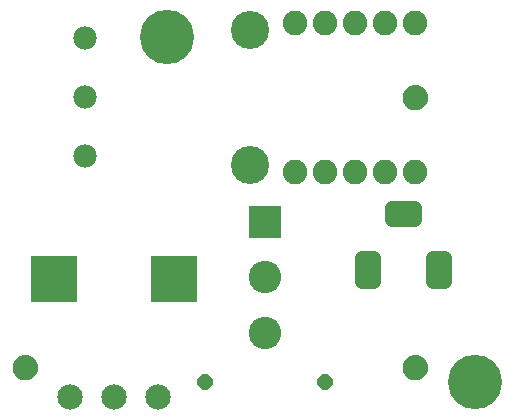
<source format=gbr>
G04 EAGLE Gerber RS-274X export*
G75*
%MOMM*%
%FSLAX34Y34*%
%LPD*%
%INSoldermask Top*%
%IPPOS*%
%AMOC8*
5,1,8,0,0,1.08239X$1,22.5*%
G01*
%ADD10C,2.082800*%
%ADD11C,3.232400*%
%ADD12C,2.152400*%
%ADD13R,3.968400X3.968400*%
%ADD14R,2.742400X2.742400*%
%ADD15C,2.742400*%
%ADD16C,1.972400*%
%ADD17C,1.162294*%
%ADD18C,4.597400*%
%ADD19C,0.609600*%
%ADD20C,1.168400*%
%ADD21P,1.396628X8X22.500000*%


D10*
X342900Y342646D03*
X317500Y342646D03*
X292100Y342646D03*
X266700Y342646D03*
X241300Y342646D03*
X241300Y215900D03*
X266700Y215900D03*
X292100Y215900D03*
X317500Y215900D03*
X342900Y215900D03*
D11*
X203200Y336550D03*
X203200Y222250D03*
D12*
X50800Y25400D03*
X125730Y25400D03*
X88265Y25400D03*
D13*
X138811Y125222D03*
X37719Y125222D03*
D14*
X215900Y174000D03*
D15*
X215900Y127000D03*
X215900Y80000D03*
D16*
X63500Y229400D03*
X63500Y279400D03*
X63500Y329400D03*
D17*
X308251Y143301D02*
X308251Y123399D01*
X298349Y123399D01*
X298349Y143301D01*
X308251Y143301D01*
X308251Y134441D02*
X298349Y134441D01*
X368251Y143301D02*
X368251Y123399D01*
X358349Y123399D01*
X358349Y143301D01*
X368251Y143301D01*
X368251Y134441D02*
X358349Y134441D01*
X343251Y185301D02*
X323349Y185301D01*
X343251Y185301D02*
X343251Y175399D01*
X323349Y175399D01*
X323349Y185301D01*
D18*
X133350Y330200D03*
X393700Y38100D03*
D19*
X5080Y50800D02*
X5082Y50987D01*
X5089Y51174D01*
X5101Y51361D01*
X5117Y51547D01*
X5137Y51733D01*
X5162Y51918D01*
X5192Y52103D01*
X5226Y52287D01*
X5265Y52470D01*
X5308Y52652D01*
X5356Y52832D01*
X5408Y53012D01*
X5465Y53190D01*
X5525Y53367D01*
X5591Y53542D01*
X5660Y53716D01*
X5734Y53888D01*
X5812Y54058D01*
X5894Y54226D01*
X5980Y54392D01*
X6070Y54556D01*
X6164Y54717D01*
X6262Y54877D01*
X6364Y55033D01*
X6470Y55188D01*
X6580Y55339D01*
X6693Y55488D01*
X6810Y55634D01*
X6930Y55777D01*
X7054Y55917D01*
X7181Y56054D01*
X7312Y56188D01*
X7446Y56319D01*
X7583Y56446D01*
X7723Y56570D01*
X7866Y56690D01*
X8012Y56807D01*
X8161Y56920D01*
X8312Y57030D01*
X8467Y57136D01*
X8623Y57238D01*
X8783Y57336D01*
X8944Y57430D01*
X9108Y57520D01*
X9274Y57606D01*
X9442Y57688D01*
X9612Y57766D01*
X9784Y57840D01*
X9958Y57909D01*
X10133Y57975D01*
X10310Y58035D01*
X10488Y58092D01*
X10668Y58144D01*
X10848Y58192D01*
X11030Y58235D01*
X11213Y58274D01*
X11397Y58308D01*
X11582Y58338D01*
X11767Y58363D01*
X11953Y58383D01*
X12139Y58399D01*
X12326Y58411D01*
X12513Y58418D01*
X12700Y58420D01*
X12887Y58418D01*
X13074Y58411D01*
X13261Y58399D01*
X13447Y58383D01*
X13633Y58363D01*
X13818Y58338D01*
X14003Y58308D01*
X14187Y58274D01*
X14370Y58235D01*
X14552Y58192D01*
X14732Y58144D01*
X14912Y58092D01*
X15090Y58035D01*
X15267Y57975D01*
X15442Y57909D01*
X15616Y57840D01*
X15788Y57766D01*
X15958Y57688D01*
X16126Y57606D01*
X16292Y57520D01*
X16456Y57430D01*
X16617Y57336D01*
X16777Y57238D01*
X16933Y57136D01*
X17088Y57030D01*
X17239Y56920D01*
X17388Y56807D01*
X17534Y56690D01*
X17677Y56570D01*
X17817Y56446D01*
X17954Y56319D01*
X18088Y56188D01*
X18219Y56054D01*
X18346Y55917D01*
X18470Y55777D01*
X18590Y55634D01*
X18707Y55488D01*
X18820Y55339D01*
X18930Y55188D01*
X19036Y55033D01*
X19138Y54877D01*
X19236Y54717D01*
X19330Y54556D01*
X19420Y54392D01*
X19506Y54226D01*
X19588Y54058D01*
X19666Y53888D01*
X19740Y53716D01*
X19809Y53542D01*
X19875Y53367D01*
X19935Y53190D01*
X19992Y53012D01*
X20044Y52832D01*
X20092Y52652D01*
X20135Y52470D01*
X20174Y52287D01*
X20208Y52103D01*
X20238Y51918D01*
X20263Y51733D01*
X20283Y51547D01*
X20299Y51361D01*
X20311Y51174D01*
X20318Y50987D01*
X20320Y50800D01*
X20318Y50613D01*
X20311Y50426D01*
X20299Y50239D01*
X20283Y50053D01*
X20263Y49867D01*
X20238Y49682D01*
X20208Y49497D01*
X20174Y49313D01*
X20135Y49130D01*
X20092Y48948D01*
X20044Y48768D01*
X19992Y48588D01*
X19935Y48410D01*
X19875Y48233D01*
X19809Y48058D01*
X19740Y47884D01*
X19666Y47712D01*
X19588Y47542D01*
X19506Y47374D01*
X19420Y47208D01*
X19330Y47044D01*
X19236Y46883D01*
X19138Y46723D01*
X19036Y46567D01*
X18930Y46412D01*
X18820Y46261D01*
X18707Y46112D01*
X18590Y45966D01*
X18470Y45823D01*
X18346Y45683D01*
X18219Y45546D01*
X18088Y45412D01*
X17954Y45281D01*
X17817Y45154D01*
X17677Y45030D01*
X17534Y44910D01*
X17388Y44793D01*
X17239Y44680D01*
X17088Y44570D01*
X16933Y44464D01*
X16777Y44362D01*
X16617Y44264D01*
X16456Y44170D01*
X16292Y44080D01*
X16126Y43994D01*
X15958Y43912D01*
X15788Y43834D01*
X15616Y43760D01*
X15442Y43691D01*
X15267Y43625D01*
X15090Y43565D01*
X14912Y43508D01*
X14732Y43456D01*
X14552Y43408D01*
X14370Y43365D01*
X14187Y43326D01*
X14003Y43292D01*
X13818Y43262D01*
X13633Y43237D01*
X13447Y43217D01*
X13261Y43201D01*
X13074Y43189D01*
X12887Y43182D01*
X12700Y43180D01*
X12513Y43182D01*
X12326Y43189D01*
X12139Y43201D01*
X11953Y43217D01*
X11767Y43237D01*
X11582Y43262D01*
X11397Y43292D01*
X11213Y43326D01*
X11030Y43365D01*
X10848Y43408D01*
X10668Y43456D01*
X10488Y43508D01*
X10310Y43565D01*
X10133Y43625D01*
X9958Y43691D01*
X9784Y43760D01*
X9612Y43834D01*
X9442Y43912D01*
X9274Y43994D01*
X9108Y44080D01*
X8944Y44170D01*
X8783Y44264D01*
X8623Y44362D01*
X8467Y44464D01*
X8312Y44570D01*
X8161Y44680D01*
X8012Y44793D01*
X7866Y44910D01*
X7723Y45030D01*
X7583Y45154D01*
X7446Y45281D01*
X7312Y45412D01*
X7181Y45546D01*
X7054Y45683D01*
X6930Y45823D01*
X6810Y45966D01*
X6693Y46112D01*
X6580Y46261D01*
X6470Y46412D01*
X6364Y46567D01*
X6262Y46723D01*
X6164Y46883D01*
X6070Y47044D01*
X5980Y47208D01*
X5894Y47374D01*
X5812Y47542D01*
X5734Y47712D01*
X5660Y47884D01*
X5591Y48058D01*
X5525Y48233D01*
X5465Y48410D01*
X5408Y48588D01*
X5356Y48768D01*
X5308Y48948D01*
X5265Y49130D01*
X5226Y49313D01*
X5192Y49497D01*
X5162Y49682D01*
X5137Y49867D01*
X5117Y50053D01*
X5101Y50239D01*
X5089Y50426D01*
X5082Y50613D01*
X5080Y50800D01*
D20*
X12700Y50800D03*
D19*
X335280Y50800D02*
X335282Y50987D01*
X335289Y51174D01*
X335301Y51361D01*
X335317Y51547D01*
X335337Y51733D01*
X335362Y51918D01*
X335392Y52103D01*
X335426Y52287D01*
X335465Y52470D01*
X335508Y52652D01*
X335556Y52832D01*
X335608Y53012D01*
X335665Y53190D01*
X335725Y53367D01*
X335791Y53542D01*
X335860Y53716D01*
X335934Y53888D01*
X336012Y54058D01*
X336094Y54226D01*
X336180Y54392D01*
X336270Y54556D01*
X336364Y54717D01*
X336462Y54877D01*
X336564Y55033D01*
X336670Y55188D01*
X336780Y55339D01*
X336893Y55488D01*
X337010Y55634D01*
X337130Y55777D01*
X337254Y55917D01*
X337381Y56054D01*
X337512Y56188D01*
X337646Y56319D01*
X337783Y56446D01*
X337923Y56570D01*
X338066Y56690D01*
X338212Y56807D01*
X338361Y56920D01*
X338512Y57030D01*
X338667Y57136D01*
X338823Y57238D01*
X338983Y57336D01*
X339144Y57430D01*
X339308Y57520D01*
X339474Y57606D01*
X339642Y57688D01*
X339812Y57766D01*
X339984Y57840D01*
X340158Y57909D01*
X340333Y57975D01*
X340510Y58035D01*
X340688Y58092D01*
X340868Y58144D01*
X341048Y58192D01*
X341230Y58235D01*
X341413Y58274D01*
X341597Y58308D01*
X341782Y58338D01*
X341967Y58363D01*
X342153Y58383D01*
X342339Y58399D01*
X342526Y58411D01*
X342713Y58418D01*
X342900Y58420D01*
X343087Y58418D01*
X343274Y58411D01*
X343461Y58399D01*
X343647Y58383D01*
X343833Y58363D01*
X344018Y58338D01*
X344203Y58308D01*
X344387Y58274D01*
X344570Y58235D01*
X344752Y58192D01*
X344932Y58144D01*
X345112Y58092D01*
X345290Y58035D01*
X345467Y57975D01*
X345642Y57909D01*
X345816Y57840D01*
X345988Y57766D01*
X346158Y57688D01*
X346326Y57606D01*
X346492Y57520D01*
X346656Y57430D01*
X346817Y57336D01*
X346977Y57238D01*
X347133Y57136D01*
X347288Y57030D01*
X347439Y56920D01*
X347588Y56807D01*
X347734Y56690D01*
X347877Y56570D01*
X348017Y56446D01*
X348154Y56319D01*
X348288Y56188D01*
X348419Y56054D01*
X348546Y55917D01*
X348670Y55777D01*
X348790Y55634D01*
X348907Y55488D01*
X349020Y55339D01*
X349130Y55188D01*
X349236Y55033D01*
X349338Y54877D01*
X349436Y54717D01*
X349530Y54556D01*
X349620Y54392D01*
X349706Y54226D01*
X349788Y54058D01*
X349866Y53888D01*
X349940Y53716D01*
X350009Y53542D01*
X350075Y53367D01*
X350135Y53190D01*
X350192Y53012D01*
X350244Y52832D01*
X350292Y52652D01*
X350335Y52470D01*
X350374Y52287D01*
X350408Y52103D01*
X350438Y51918D01*
X350463Y51733D01*
X350483Y51547D01*
X350499Y51361D01*
X350511Y51174D01*
X350518Y50987D01*
X350520Y50800D01*
X350518Y50613D01*
X350511Y50426D01*
X350499Y50239D01*
X350483Y50053D01*
X350463Y49867D01*
X350438Y49682D01*
X350408Y49497D01*
X350374Y49313D01*
X350335Y49130D01*
X350292Y48948D01*
X350244Y48768D01*
X350192Y48588D01*
X350135Y48410D01*
X350075Y48233D01*
X350009Y48058D01*
X349940Y47884D01*
X349866Y47712D01*
X349788Y47542D01*
X349706Y47374D01*
X349620Y47208D01*
X349530Y47044D01*
X349436Y46883D01*
X349338Y46723D01*
X349236Y46567D01*
X349130Y46412D01*
X349020Y46261D01*
X348907Y46112D01*
X348790Y45966D01*
X348670Y45823D01*
X348546Y45683D01*
X348419Y45546D01*
X348288Y45412D01*
X348154Y45281D01*
X348017Y45154D01*
X347877Y45030D01*
X347734Y44910D01*
X347588Y44793D01*
X347439Y44680D01*
X347288Y44570D01*
X347133Y44464D01*
X346977Y44362D01*
X346817Y44264D01*
X346656Y44170D01*
X346492Y44080D01*
X346326Y43994D01*
X346158Y43912D01*
X345988Y43834D01*
X345816Y43760D01*
X345642Y43691D01*
X345467Y43625D01*
X345290Y43565D01*
X345112Y43508D01*
X344932Y43456D01*
X344752Y43408D01*
X344570Y43365D01*
X344387Y43326D01*
X344203Y43292D01*
X344018Y43262D01*
X343833Y43237D01*
X343647Y43217D01*
X343461Y43201D01*
X343274Y43189D01*
X343087Y43182D01*
X342900Y43180D01*
X342713Y43182D01*
X342526Y43189D01*
X342339Y43201D01*
X342153Y43217D01*
X341967Y43237D01*
X341782Y43262D01*
X341597Y43292D01*
X341413Y43326D01*
X341230Y43365D01*
X341048Y43408D01*
X340868Y43456D01*
X340688Y43508D01*
X340510Y43565D01*
X340333Y43625D01*
X340158Y43691D01*
X339984Y43760D01*
X339812Y43834D01*
X339642Y43912D01*
X339474Y43994D01*
X339308Y44080D01*
X339144Y44170D01*
X338983Y44264D01*
X338823Y44362D01*
X338667Y44464D01*
X338512Y44570D01*
X338361Y44680D01*
X338212Y44793D01*
X338066Y44910D01*
X337923Y45030D01*
X337783Y45154D01*
X337646Y45281D01*
X337512Y45412D01*
X337381Y45546D01*
X337254Y45683D01*
X337130Y45823D01*
X337010Y45966D01*
X336893Y46112D01*
X336780Y46261D01*
X336670Y46412D01*
X336564Y46567D01*
X336462Y46723D01*
X336364Y46883D01*
X336270Y47044D01*
X336180Y47208D01*
X336094Y47374D01*
X336012Y47542D01*
X335934Y47712D01*
X335860Y47884D01*
X335791Y48058D01*
X335725Y48233D01*
X335665Y48410D01*
X335608Y48588D01*
X335556Y48768D01*
X335508Y48948D01*
X335465Y49130D01*
X335426Y49313D01*
X335392Y49497D01*
X335362Y49682D01*
X335337Y49867D01*
X335317Y50053D01*
X335301Y50239D01*
X335289Y50426D01*
X335282Y50613D01*
X335280Y50800D01*
D20*
X342900Y50800D03*
D19*
X335280Y279400D02*
X335282Y279587D01*
X335289Y279774D01*
X335301Y279961D01*
X335317Y280147D01*
X335337Y280333D01*
X335362Y280518D01*
X335392Y280703D01*
X335426Y280887D01*
X335465Y281070D01*
X335508Y281252D01*
X335556Y281432D01*
X335608Y281612D01*
X335665Y281790D01*
X335725Y281967D01*
X335791Y282142D01*
X335860Y282316D01*
X335934Y282488D01*
X336012Y282658D01*
X336094Y282826D01*
X336180Y282992D01*
X336270Y283156D01*
X336364Y283317D01*
X336462Y283477D01*
X336564Y283633D01*
X336670Y283788D01*
X336780Y283939D01*
X336893Y284088D01*
X337010Y284234D01*
X337130Y284377D01*
X337254Y284517D01*
X337381Y284654D01*
X337512Y284788D01*
X337646Y284919D01*
X337783Y285046D01*
X337923Y285170D01*
X338066Y285290D01*
X338212Y285407D01*
X338361Y285520D01*
X338512Y285630D01*
X338667Y285736D01*
X338823Y285838D01*
X338983Y285936D01*
X339144Y286030D01*
X339308Y286120D01*
X339474Y286206D01*
X339642Y286288D01*
X339812Y286366D01*
X339984Y286440D01*
X340158Y286509D01*
X340333Y286575D01*
X340510Y286635D01*
X340688Y286692D01*
X340868Y286744D01*
X341048Y286792D01*
X341230Y286835D01*
X341413Y286874D01*
X341597Y286908D01*
X341782Y286938D01*
X341967Y286963D01*
X342153Y286983D01*
X342339Y286999D01*
X342526Y287011D01*
X342713Y287018D01*
X342900Y287020D01*
X343087Y287018D01*
X343274Y287011D01*
X343461Y286999D01*
X343647Y286983D01*
X343833Y286963D01*
X344018Y286938D01*
X344203Y286908D01*
X344387Y286874D01*
X344570Y286835D01*
X344752Y286792D01*
X344932Y286744D01*
X345112Y286692D01*
X345290Y286635D01*
X345467Y286575D01*
X345642Y286509D01*
X345816Y286440D01*
X345988Y286366D01*
X346158Y286288D01*
X346326Y286206D01*
X346492Y286120D01*
X346656Y286030D01*
X346817Y285936D01*
X346977Y285838D01*
X347133Y285736D01*
X347288Y285630D01*
X347439Y285520D01*
X347588Y285407D01*
X347734Y285290D01*
X347877Y285170D01*
X348017Y285046D01*
X348154Y284919D01*
X348288Y284788D01*
X348419Y284654D01*
X348546Y284517D01*
X348670Y284377D01*
X348790Y284234D01*
X348907Y284088D01*
X349020Y283939D01*
X349130Y283788D01*
X349236Y283633D01*
X349338Y283477D01*
X349436Y283317D01*
X349530Y283156D01*
X349620Y282992D01*
X349706Y282826D01*
X349788Y282658D01*
X349866Y282488D01*
X349940Y282316D01*
X350009Y282142D01*
X350075Y281967D01*
X350135Y281790D01*
X350192Y281612D01*
X350244Y281432D01*
X350292Y281252D01*
X350335Y281070D01*
X350374Y280887D01*
X350408Y280703D01*
X350438Y280518D01*
X350463Y280333D01*
X350483Y280147D01*
X350499Y279961D01*
X350511Y279774D01*
X350518Y279587D01*
X350520Y279400D01*
X350518Y279213D01*
X350511Y279026D01*
X350499Y278839D01*
X350483Y278653D01*
X350463Y278467D01*
X350438Y278282D01*
X350408Y278097D01*
X350374Y277913D01*
X350335Y277730D01*
X350292Y277548D01*
X350244Y277368D01*
X350192Y277188D01*
X350135Y277010D01*
X350075Y276833D01*
X350009Y276658D01*
X349940Y276484D01*
X349866Y276312D01*
X349788Y276142D01*
X349706Y275974D01*
X349620Y275808D01*
X349530Y275644D01*
X349436Y275483D01*
X349338Y275323D01*
X349236Y275167D01*
X349130Y275012D01*
X349020Y274861D01*
X348907Y274712D01*
X348790Y274566D01*
X348670Y274423D01*
X348546Y274283D01*
X348419Y274146D01*
X348288Y274012D01*
X348154Y273881D01*
X348017Y273754D01*
X347877Y273630D01*
X347734Y273510D01*
X347588Y273393D01*
X347439Y273280D01*
X347288Y273170D01*
X347133Y273064D01*
X346977Y272962D01*
X346817Y272864D01*
X346656Y272770D01*
X346492Y272680D01*
X346326Y272594D01*
X346158Y272512D01*
X345988Y272434D01*
X345816Y272360D01*
X345642Y272291D01*
X345467Y272225D01*
X345290Y272165D01*
X345112Y272108D01*
X344932Y272056D01*
X344752Y272008D01*
X344570Y271965D01*
X344387Y271926D01*
X344203Y271892D01*
X344018Y271862D01*
X343833Y271837D01*
X343647Y271817D01*
X343461Y271801D01*
X343274Y271789D01*
X343087Y271782D01*
X342900Y271780D01*
X342713Y271782D01*
X342526Y271789D01*
X342339Y271801D01*
X342153Y271817D01*
X341967Y271837D01*
X341782Y271862D01*
X341597Y271892D01*
X341413Y271926D01*
X341230Y271965D01*
X341048Y272008D01*
X340868Y272056D01*
X340688Y272108D01*
X340510Y272165D01*
X340333Y272225D01*
X340158Y272291D01*
X339984Y272360D01*
X339812Y272434D01*
X339642Y272512D01*
X339474Y272594D01*
X339308Y272680D01*
X339144Y272770D01*
X338983Y272864D01*
X338823Y272962D01*
X338667Y273064D01*
X338512Y273170D01*
X338361Y273280D01*
X338212Y273393D01*
X338066Y273510D01*
X337923Y273630D01*
X337783Y273754D01*
X337646Y273881D01*
X337512Y274012D01*
X337381Y274146D01*
X337254Y274283D01*
X337130Y274423D01*
X337010Y274566D01*
X336893Y274712D01*
X336780Y274861D01*
X336670Y275012D01*
X336564Y275167D01*
X336462Y275323D01*
X336364Y275483D01*
X336270Y275644D01*
X336180Y275808D01*
X336094Y275974D01*
X336012Y276142D01*
X335934Y276312D01*
X335860Y276484D01*
X335791Y276658D01*
X335725Y276833D01*
X335665Y277010D01*
X335608Y277188D01*
X335556Y277368D01*
X335508Y277548D01*
X335465Y277730D01*
X335426Y277913D01*
X335392Y278097D01*
X335362Y278282D01*
X335337Y278467D01*
X335317Y278653D01*
X335301Y278839D01*
X335289Y279026D01*
X335282Y279213D01*
X335280Y279400D01*
D20*
X342900Y279400D03*
D21*
X165100Y38100D03*
X266700Y38100D03*
M02*

</source>
